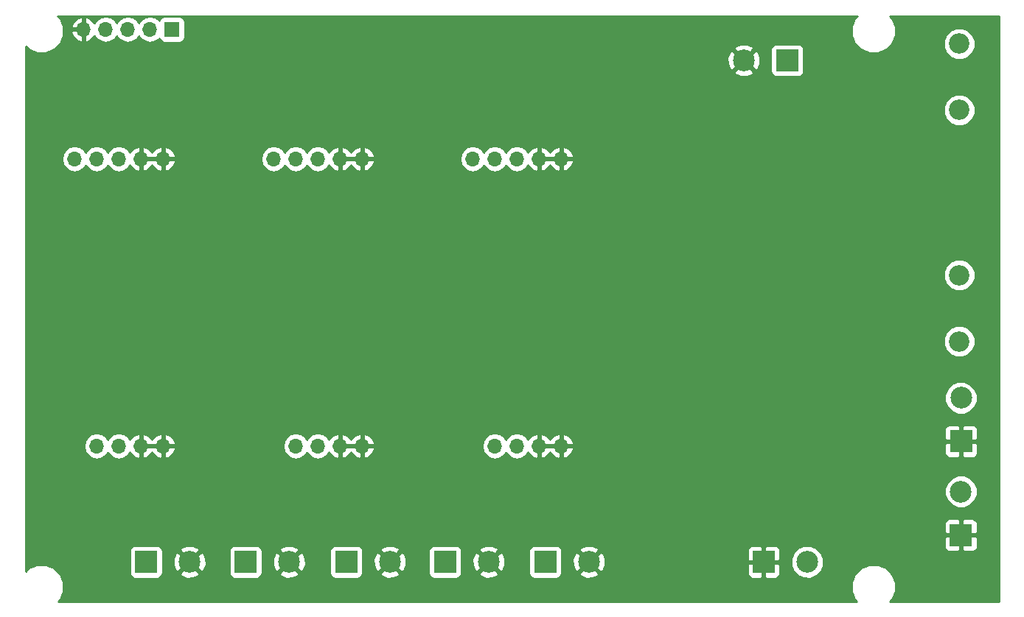
<source format=gbr>
G04 #@! TF.FileFunction,Copper,L1,Top,Signal*
%FSLAX46Y46*%
G04 Gerber Fmt 4.6, Leading zero omitted, Abs format (unit mm)*
G04 Created by KiCad (PCBNEW 4.0.7-e2-6376~58~ubuntu16.04.1) date Mon Nov 13 16:04:29 2017*
%MOMM*%
%LPD*%
G01*
G04 APERTURE LIST*
%ADD10C,0.100000*%
%ADD11R,1.700000X1.700000*%
%ADD12O,1.700000X1.700000*%
%ADD13R,2.500000X2.500000*%
%ADD14C,2.500000*%
%ADD15C,2.350000*%
%ADD16C,0.254000*%
G04 APERTURE END LIST*
D10*
D11*
X100076000Y-51689000D03*
D12*
X97536000Y-51689000D03*
X94996000Y-51689000D03*
X92456000Y-51689000D03*
X89916000Y-51689000D03*
X137152260Y-66566350D03*
X139692260Y-66566350D03*
X142232260Y-66566350D03*
X144772260Y-66566350D03*
X134612260Y-66566350D03*
X137152260Y-99586350D03*
X139692260Y-99586350D03*
X142232260Y-99586350D03*
X144772260Y-99586350D03*
X114292260Y-66566350D03*
X116832260Y-66566350D03*
X119372260Y-66566350D03*
X121912260Y-66566350D03*
X111752260Y-66566350D03*
X114292260Y-99586350D03*
X116832260Y-99586350D03*
X119372260Y-99586350D03*
X121912260Y-99586350D03*
X91432260Y-66566350D03*
X93972260Y-66566350D03*
X96512260Y-66566350D03*
X99052260Y-66566350D03*
X88892260Y-66566350D03*
X91432260Y-99586350D03*
X93972260Y-99586350D03*
X96512260Y-99586350D03*
X99052260Y-99586350D03*
D13*
X170735000Y-55245000D03*
D14*
X165735000Y-55245000D03*
D13*
X142947260Y-112921350D03*
D14*
X147947260Y-112921350D03*
D13*
X120087260Y-112921350D03*
D14*
X125087260Y-112921350D03*
D13*
X97100260Y-112921350D03*
D14*
X102100260Y-112921350D03*
D13*
X131437260Y-112921350D03*
D14*
X136437260Y-112921350D03*
D13*
X108530260Y-112921350D03*
D14*
X113530260Y-112921350D03*
D13*
X190690500Y-99060000D03*
D14*
X190690500Y-94060000D03*
D15*
X190500000Y-60960000D03*
X190500000Y-53340000D03*
X190500000Y-79933800D03*
X190500000Y-87553800D03*
D13*
X190677800Y-109829600D03*
D14*
X190677800Y-104829600D03*
D13*
X168021000Y-112928400D03*
D14*
X173021000Y-112928400D03*
D16*
G36*
X178492184Y-50432163D02*
X178105441Y-51363545D01*
X178104561Y-52372031D01*
X178489678Y-53304086D01*
X179202163Y-54017816D01*
X180133545Y-54404559D01*
X181142031Y-54405439D01*
X182074086Y-54020322D01*
X182396518Y-53698452D01*
X188689686Y-53698452D01*
X188964662Y-54363943D01*
X189473379Y-54873549D01*
X190138389Y-55149685D01*
X190858452Y-55150314D01*
X191523943Y-54875338D01*
X192033549Y-54366621D01*
X192309685Y-53701611D01*
X192310314Y-52981548D01*
X192035338Y-52316057D01*
X191526621Y-51806451D01*
X190861611Y-51530315D01*
X190141548Y-51529686D01*
X189476057Y-51804662D01*
X188966451Y-52313379D01*
X188690315Y-52978389D01*
X188689686Y-53698452D01*
X182396518Y-53698452D01*
X182787816Y-53307837D01*
X183174559Y-52376455D01*
X183175439Y-51367969D01*
X182790322Y-50435914D01*
X182486289Y-50131350D01*
X195052260Y-50131350D01*
X195052260Y-117441350D01*
X182553895Y-117441350D01*
X182787816Y-117207837D01*
X183174559Y-116276455D01*
X183175439Y-115267969D01*
X182790322Y-114335914D01*
X182077837Y-113622184D01*
X181146455Y-113235441D01*
X180137969Y-113234561D01*
X179205914Y-113619678D01*
X178492184Y-114332163D01*
X178105441Y-115263545D01*
X178104561Y-116272031D01*
X178489678Y-117204086D01*
X178726528Y-117441350D01*
X87003895Y-117441350D01*
X87237816Y-117207837D01*
X87624559Y-116276455D01*
X87625439Y-115267969D01*
X87240322Y-114335914D01*
X86527837Y-113622184D01*
X85596455Y-113235441D01*
X84587969Y-113234561D01*
X83655914Y-113619678D01*
X83252260Y-114022628D01*
X83252260Y-111671350D01*
X95202820Y-111671350D01*
X95202820Y-114171350D01*
X95247098Y-114406667D01*
X95386170Y-114622791D01*
X95598370Y-114767781D01*
X95850260Y-114818790D01*
X98350260Y-114818790D01*
X98585577Y-114774512D01*
X98801701Y-114635440D01*
X98946691Y-114423240D01*
X98980827Y-114254670D01*
X100946545Y-114254670D01*
X101075793Y-114547473D01*
X101776066Y-114815738D01*
X102525695Y-114795600D01*
X103124727Y-114547473D01*
X103253975Y-114254670D01*
X102100260Y-113100955D01*
X100946545Y-114254670D01*
X98980827Y-114254670D01*
X98997700Y-114171350D01*
X98997700Y-112597156D01*
X100205872Y-112597156D01*
X100226010Y-113346785D01*
X100474137Y-113945817D01*
X100766940Y-114075065D01*
X101920655Y-112921350D01*
X102279865Y-112921350D01*
X103433580Y-114075065D01*
X103726383Y-113945817D01*
X103994648Y-113245544D01*
X103974510Y-112495915D01*
X103726383Y-111896883D01*
X103433580Y-111767635D01*
X102279865Y-112921350D01*
X101920655Y-112921350D01*
X100766940Y-111767635D01*
X100474137Y-111896883D01*
X100205872Y-112597156D01*
X98997700Y-112597156D01*
X98997700Y-111671350D01*
X98982023Y-111588030D01*
X100946545Y-111588030D01*
X102100260Y-112741745D01*
X103170655Y-111671350D01*
X106632820Y-111671350D01*
X106632820Y-114171350D01*
X106677098Y-114406667D01*
X106816170Y-114622791D01*
X107028370Y-114767781D01*
X107280260Y-114818790D01*
X109780260Y-114818790D01*
X110015577Y-114774512D01*
X110231701Y-114635440D01*
X110376691Y-114423240D01*
X110410827Y-114254670D01*
X112376545Y-114254670D01*
X112505793Y-114547473D01*
X113206066Y-114815738D01*
X113955695Y-114795600D01*
X114554727Y-114547473D01*
X114683975Y-114254670D01*
X113530260Y-113100955D01*
X112376545Y-114254670D01*
X110410827Y-114254670D01*
X110427700Y-114171350D01*
X110427700Y-112597156D01*
X111635872Y-112597156D01*
X111656010Y-113346785D01*
X111904137Y-113945817D01*
X112196940Y-114075065D01*
X113350655Y-112921350D01*
X113709865Y-112921350D01*
X114863580Y-114075065D01*
X115156383Y-113945817D01*
X115424648Y-113245544D01*
X115404510Y-112495915D01*
X115156383Y-111896883D01*
X114863580Y-111767635D01*
X113709865Y-112921350D01*
X113350655Y-112921350D01*
X112196940Y-111767635D01*
X111904137Y-111896883D01*
X111635872Y-112597156D01*
X110427700Y-112597156D01*
X110427700Y-111671350D01*
X110412023Y-111588030D01*
X112376545Y-111588030D01*
X113530260Y-112741745D01*
X114600655Y-111671350D01*
X118189820Y-111671350D01*
X118189820Y-114171350D01*
X118234098Y-114406667D01*
X118373170Y-114622791D01*
X118585370Y-114767781D01*
X118837260Y-114818790D01*
X121337260Y-114818790D01*
X121572577Y-114774512D01*
X121788701Y-114635440D01*
X121933691Y-114423240D01*
X121967827Y-114254670D01*
X123933545Y-114254670D01*
X124062793Y-114547473D01*
X124763066Y-114815738D01*
X125512695Y-114795600D01*
X126111727Y-114547473D01*
X126240975Y-114254670D01*
X125087260Y-113100955D01*
X123933545Y-114254670D01*
X121967827Y-114254670D01*
X121984700Y-114171350D01*
X121984700Y-112597156D01*
X123192872Y-112597156D01*
X123213010Y-113346785D01*
X123461137Y-113945817D01*
X123753940Y-114075065D01*
X124907655Y-112921350D01*
X125266865Y-112921350D01*
X126420580Y-114075065D01*
X126713383Y-113945817D01*
X126981648Y-113245544D01*
X126961510Y-112495915D01*
X126713383Y-111896883D01*
X126420580Y-111767635D01*
X125266865Y-112921350D01*
X124907655Y-112921350D01*
X123753940Y-111767635D01*
X123461137Y-111896883D01*
X123192872Y-112597156D01*
X121984700Y-112597156D01*
X121984700Y-111671350D01*
X121969023Y-111588030D01*
X123933545Y-111588030D01*
X125087260Y-112741745D01*
X126157655Y-111671350D01*
X129539820Y-111671350D01*
X129539820Y-114171350D01*
X129584098Y-114406667D01*
X129723170Y-114622791D01*
X129935370Y-114767781D01*
X130187260Y-114818790D01*
X132687260Y-114818790D01*
X132922577Y-114774512D01*
X133138701Y-114635440D01*
X133283691Y-114423240D01*
X133317827Y-114254670D01*
X135283545Y-114254670D01*
X135412793Y-114547473D01*
X136113066Y-114815738D01*
X136862695Y-114795600D01*
X137461727Y-114547473D01*
X137590975Y-114254670D01*
X136437260Y-113100955D01*
X135283545Y-114254670D01*
X133317827Y-114254670D01*
X133334700Y-114171350D01*
X133334700Y-112597156D01*
X134542872Y-112597156D01*
X134563010Y-113346785D01*
X134811137Y-113945817D01*
X135103940Y-114075065D01*
X136257655Y-112921350D01*
X136616865Y-112921350D01*
X137770580Y-114075065D01*
X138063383Y-113945817D01*
X138331648Y-113245544D01*
X138311510Y-112495915D01*
X138063383Y-111896883D01*
X137770580Y-111767635D01*
X136616865Y-112921350D01*
X136257655Y-112921350D01*
X135103940Y-111767635D01*
X134811137Y-111896883D01*
X134542872Y-112597156D01*
X133334700Y-112597156D01*
X133334700Y-111671350D01*
X133319023Y-111588030D01*
X135283545Y-111588030D01*
X136437260Y-112741745D01*
X137507655Y-111671350D01*
X141049820Y-111671350D01*
X141049820Y-114171350D01*
X141094098Y-114406667D01*
X141233170Y-114622791D01*
X141445370Y-114767781D01*
X141697260Y-114818790D01*
X144197260Y-114818790D01*
X144432577Y-114774512D01*
X144648701Y-114635440D01*
X144793691Y-114423240D01*
X144827827Y-114254670D01*
X146793545Y-114254670D01*
X146922793Y-114547473D01*
X147623066Y-114815738D01*
X148372695Y-114795600D01*
X148971727Y-114547473D01*
X149100975Y-114254670D01*
X147947260Y-113100955D01*
X146793545Y-114254670D01*
X144827827Y-114254670D01*
X144844700Y-114171350D01*
X144844700Y-112597156D01*
X146052872Y-112597156D01*
X146073010Y-113346785D01*
X146321137Y-113945817D01*
X146613940Y-114075065D01*
X147767655Y-112921350D01*
X148126865Y-112921350D01*
X149280580Y-114075065D01*
X149573383Y-113945817D01*
X149841648Y-113245544D01*
X149840805Y-113214150D01*
X166136000Y-113214150D01*
X166136000Y-114304710D01*
X166232673Y-114538099D01*
X166411302Y-114716727D01*
X166644691Y-114813400D01*
X167735250Y-114813400D01*
X167894000Y-114654650D01*
X167894000Y-113055400D01*
X168148000Y-113055400D01*
X168148000Y-114654650D01*
X168306750Y-114813400D01*
X169397309Y-114813400D01*
X169630698Y-114716727D01*
X169809327Y-114538099D01*
X169906000Y-114304710D01*
X169906000Y-113301705D01*
X171135674Y-113301705D01*
X171422043Y-113994772D01*
X171951839Y-114525493D01*
X172644405Y-114813072D01*
X173394305Y-114813726D01*
X174087372Y-114527357D01*
X174618093Y-113997561D01*
X174905672Y-113304995D01*
X174906326Y-112555095D01*
X174619957Y-111862028D01*
X174090161Y-111331307D01*
X173397595Y-111043728D01*
X172647695Y-111043074D01*
X171954628Y-111329443D01*
X171423907Y-111859239D01*
X171136328Y-112551805D01*
X171135674Y-113301705D01*
X169906000Y-113301705D01*
X169906000Y-113214150D01*
X169747250Y-113055400D01*
X168148000Y-113055400D01*
X167894000Y-113055400D01*
X166294750Y-113055400D01*
X166136000Y-113214150D01*
X149840805Y-113214150D01*
X149821510Y-112495915D01*
X149573383Y-111896883D01*
X149280580Y-111767635D01*
X148126865Y-112921350D01*
X147767655Y-112921350D01*
X146613940Y-111767635D01*
X146321137Y-111896883D01*
X146052872Y-112597156D01*
X144844700Y-112597156D01*
X144844700Y-111671350D01*
X144829023Y-111588030D01*
X146793545Y-111588030D01*
X147947260Y-112741745D01*
X149100975Y-111588030D01*
X149085111Y-111552090D01*
X166136000Y-111552090D01*
X166136000Y-112642650D01*
X166294750Y-112801400D01*
X167894000Y-112801400D01*
X167894000Y-111202150D01*
X168148000Y-111202150D01*
X168148000Y-112801400D01*
X169747250Y-112801400D01*
X169906000Y-112642650D01*
X169906000Y-111552090D01*
X169809327Y-111318701D01*
X169630698Y-111140073D01*
X169397309Y-111043400D01*
X168306750Y-111043400D01*
X168148000Y-111202150D01*
X167894000Y-111202150D01*
X167735250Y-111043400D01*
X166644691Y-111043400D01*
X166411302Y-111140073D01*
X166232673Y-111318701D01*
X166136000Y-111552090D01*
X149085111Y-111552090D01*
X148971727Y-111295227D01*
X148271454Y-111026962D01*
X147521825Y-111047100D01*
X146922793Y-111295227D01*
X146793545Y-111588030D01*
X144829023Y-111588030D01*
X144800422Y-111436033D01*
X144661350Y-111219909D01*
X144449150Y-111074919D01*
X144197260Y-111023910D01*
X141697260Y-111023910D01*
X141461943Y-111068188D01*
X141245819Y-111207260D01*
X141100829Y-111419460D01*
X141049820Y-111671350D01*
X137507655Y-111671350D01*
X137590975Y-111588030D01*
X137461727Y-111295227D01*
X136761454Y-111026962D01*
X136011825Y-111047100D01*
X135412793Y-111295227D01*
X135283545Y-111588030D01*
X133319023Y-111588030D01*
X133290422Y-111436033D01*
X133151350Y-111219909D01*
X132939150Y-111074919D01*
X132687260Y-111023910D01*
X130187260Y-111023910D01*
X129951943Y-111068188D01*
X129735819Y-111207260D01*
X129590829Y-111419460D01*
X129539820Y-111671350D01*
X126157655Y-111671350D01*
X126240975Y-111588030D01*
X126111727Y-111295227D01*
X125411454Y-111026962D01*
X124661825Y-111047100D01*
X124062793Y-111295227D01*
X123933545Y-111588030D01*
X121969023Y-111588030D01*
X121940422Y-111436033D01*
X121801350Y-111219909D01*
X121589150Y-111074919D01*
X121337260Y-111023910D01*
X118837260Y-111023910D01*
X118601943Y-111068188D01*
X118385819Y-111207260D01*
X118240829Y-111419460D01*
X118189820Y-111671350D01*
X114600655Y-111671350D01*
X114683975Y-111588030D01*
X114554727Y-111295227D01*
X113854454Y-111026962D01*
X113104825Y-111047100D01*
X112505793Y-111295227D01*
X112376545Y-111588030D01*
X110412023Y-111588030D01*
X110383422Y-111436033D01*
X110244350Y-111219909D01*
X110032150Y-111074919D01*
X109780260Y-111023910D01*
X107280260Y-111023910D01*
X107044943Y-111068188D01*
X106828819Y-111207260D01*
X106683829Y-111419460D01*
X106632820Y-111671350D01*
X103170655Y-111671350D01*
X103253975Y-111588030D01*
X103124727Y-111295227D01*
X102424454Y-111026962D01*
X101674825Y-111047100D01*
X101075793Y-111295227D01*
X100946545Y-111588030D01*
X98982023Y-111588030D01*
X98953422Y-111436033D01*
X98814350Y-111219909D01*
X98602150Y-111074919D01*
X98350260Y-111023910D01*
X95850260Y-111023910D01*
X95614943Y-111068188D01*
X95398819Y-111207260D01*
X95253829Y-111419460D01*
X95202820Y-111671350D01*
X83252260Y-111671350D01*
X83252260Y-110115350D01*
X188792800Y-110115350D01*
X188792800Y-111205909D01*
X188889473Y-111439298D01*
X189068101Y-111617927D01*
X189301490Y-111714600D01*
X190392050Y-111714600D01*
X190550800Y-111555850D01*
X190550800Y-109956600D01*
X190804800Y-109956600D01*
X190804800Y-111555850D01*
X190963550Y-111714600D01*
X192054110Y-111714600D01*
X192287499Y-111617927D01*
X192466127Y-111439298D01*
X192562800Y-111205909D01*
X192562800Y-110115350D01*
X192404050Y-109956600D01*
X190804800Y-109956600D01*
X190550800Y-109956600D01*
X188951550Y-109956600D01*
X188792800Y-110115350D01*
X83252260Y-110115350D01*
X83252260Y-108453291D01*
X188792800Y-108453291D01*
X188792800Y-109543850D01*
X188951550Y-109702600D01*
X190550800Y-109702600D01*
X190550800Y-108103350D01*
X190804800Y-108103350D01*
X190804800Y-109702600D01*
X192404050Y-109702600D01*
X192562800Y-109543850D01*
X192562800Y-108453291D01*
X192466127Y-108219902D01*
X192287499Y-108041273D01*
X192054110Y-107944600D01*
X190963550Y-107944600D01*
X190804800Y-108103350D01*
X190550800Y-108103350D01*
X190392050Y-107944600D01*
X189301490Y-107944600D01*
X189068101Y-108041273D01*
X188889473Y-108219902D01*
X188792800Y-108453291D01*
X83252260Y-108453291D01*
X83252260Y-105202905D01*
X188792474Y-105202905D01*
X189078843Y-105895972D01*
X189608639Y-106426693D01*
X190301205Y-106714272D01*
X191051105Y-106714926D01*
X191744172Y-106428557D01*
X192274893Y-105898761D01*
X192562472Y-105206195D01*
X192563126Y-104456295D01*
X192276757Y-103763228D01*
X191746961Y-103232507D01*
X191054395Y-102944928D01*
X190304495Y-102944274D01*
X189611428Y-103230643D01*
X189080707Y-103760439D01*
X188793128Y-104453005D01*
X188792474Y-105202905D01*
X83252260Y-105202905D01*
X83252260Y-99557257D01*
X89947260Y-99557257D01*
X89947260Y-99615443D01*
X90060299Y-100183728D01*
X90382206Y-100665497D01*
X90863975Y-100987404D01*
X91432260Y-101100443D01*
X92000545Y-100987404D01*
X92482314Y-100665497D01*
X92702260Y-100336324D01*
X92922206Y-100665497D01*
X93403975Y-100987404D01*
X93972260Y-101100443D01*
X94540545Y-100987404D01*
X95022314Y-100665497D01*
X95249962Y-100324797D01*
X95317077Y-100467708D01*
X95745336Y-100857995D01*
X96155370Y-101027826D01*
X96385260Y-100906505D01*
X96385260Y-99713350D01*
X96639260Y-99713350D01*
X96639260Y-100906505D01*
X96869150Y-101027826D01*
X97279184Y-100857995D01*
X97707443Y-100467708D01*
X97782260Y-100308396D01*
X97857077Y-100467708D01*
X98285336Y-100857995D01*
X98695370Y-101027826D01*
X98925260Y-100906505D01*
X98925260Y-99713350D01*
X99179260Y-99713350D01*
X99179260Y-100906505D01*
X99409150Y-101027826D01*
X99819184Y-100857995D01*
X100247443Y-100467708D01*
X100493746Y-99943242D01*
X100373079Y-99713350D01*
X99179260Y-99713350D01*
X98925260Y-99713350D01*
X96639260Y-99713350D01*
X96385260Y-99713350D01*
X96365260Y-99713350D01*
X96365260Y-99557257D01*
X112807260Y-99557257D01*
X112807260Y-99615443D01*
X112920299Y-100183728D01*
X113242206Y-100665497D01*
X113723975Y-100987404D01*
X114292260Y-101100443D01*
X114860545Y-100987404D01*
X115342314Y-100665497D01*
X115562260Y-100336324D01*
X115782206Y-100665497D01*
X116263975Y-100987404D01*
X116832260Y-101100443D01*
X117400545Y-100987404D01*
X117882314Y-100665497D01*
X118109962Y-100324797D01*
X118177077Y-100467708D01*
X118605336Y-100857995D01*
X119015370Y-101027826D01*
X119245260Y-100906505D01*
X119245260Y-99713350D01*
X119499260Y-99713350D01*
X119499260Y-100906505D01*
X119729150Y-101027826D01*
X120139184Y-100857995D01*
X120567443Y-100467708D01*
X120642260Y-100308396D01*
X120717077Y-100467708D01*
X121145336Y-100857995D01*
X121555370Y-101027826D01*
X121785260Y-100906505D01*
X121785260Y-99713350D01*
X122039260Y-99713350D01*
X122039260Y-100906505D01*
X122269150Y-101027826D01*
X122679184Y-100857995D01*
X123107443Y-100467708D01*
X123353746Y-99943242D01*
X123233079Y-99713350D01*
X122039260Y-99713350D01*
X121785260Y-99713350D01*
X119499260Y-99713350D01*
X119245260Y-99713350D01*
X119225260Y-99713350D01*
X119225260Y-99557257D01*
X135667260Y-99557257D01*
X135667260Y-99615443D01*
X135780299Y-100183728D01*
X136102206Y-100665497D01*
X136583975Y-100987404D01*
X137152260Y-101100443D01*
X137720545Y-100987404D01*
X138202314Y-100665497D01*
X138422260Y-100336324D01*
X138642206Y-100665497D01*
X139123975Y-100987404D01*
X139692260Y-101100443D01*
X140260545Y-100987404D01*
X140742314Y-100665497D01*
X140969962Y-100324797D01*
X141037077Y-100467708D01*
X141465336Y-100857995D01*
X141875370Y-101027826D01*
X142105260Y-100906505D01*
X142105260Y-99713350D01*
X142359260Y-99713350D01*
X142359260Y-100906505D01*
X142589150Y-101027826D01*
X142999184Y-100857995D01*
X143427443Y-100467708D01*
X143502260Y-100308396D01*
X143577077Y-100467708D01*
X144005336Y-100857995D01*
X144415370Y-101027826D01*
X144645260Y-100906505D01*
X144645260Y-99713350D01*
X144899260Y-99713350D01*
X144899260Y-100906505D01*
X145129150Y-101027826D01*
X145539184Y-100857995D01*
X145967443Y-100467708D01*
X146213746Y-99943242D01*
X146093079Y-99713350D01*
X144899260Y-99713350D01*
X144645260Y-99713350D01*
X142359260Y-99713350D01*
X142105260Y-99713350D01*
X142085260Y-99713350D01*
X142085260Y-99459350D01*
X142105260Y-99459350D01*
X142105260Y-98266195D01*
X142359260Y-98266195D01*
X142359260Y-99459350D01*
X144645260Y-99459350D01*
X144645260Y-98266195D01*
X144899260Y-98266195D01*
X144899260Y-99459350D01*
X146093079Y-99459350D01*
X146152706Y-99345750D01*
X188805500Y-99345750D01*
X188805500Y-100436309D01*
X188902173Y-100669698D01*
X189080801Y-100848327D01*
X189314190Y-100945000D01*
X190404750Y-100945000D01*
X190563500Y-100786250D01*
X190563500Y-99187000D01*
X190817500Y-99187000D01*
X190817500Y-100786250D01*
X190976250Y-100945000D01*
X192066810Y-100945000D01*
X192300199Y-100848327D01*
X192478827Y-100669698D01*
X192575500Y-100436309D01*
X192575500Y-99345750D01*
X192416750Y-99187000D01*
X190817500Y-99187000D01*
X190563500Y-99187000D01*
X188964250Y-99187000D01*
X188805500Y-99345750D01*
X146152706Y-99345750D01*
X146213746Y-99229458D01*
X145967443Y-98704992D01*
X145539184Y-98314705D01*
X145129150Y-98144874D01*
X144899260Y-98266195D01*
X144645260Y-98266195D01*
X144415370Y-98144874D01*
X144005336Y-98314705D01*
X143577077Y-98704992D01*
X143502260Y-98864304D01*
X143427443Y-98704992D01*
X142999184Y-98314705D01*
X142589150Y-98144874D01*
X142359260Y-98266195D01*
X142105260Y-98266195D01*
X141875370Y-98144874D01*
X141465336Y-98314705D01*
X141037077Y-98704992D01*
X140969962Y-98847903D01*
X140742314Y-98507203D01*
X140260545Y-98185296D01*
X139692260Y-98072257D01*
X139123975Y-98185296D01*
X138642206Y-98507203D01*
X138422260Y-98836376D01*
X138202314Y-98507203D01*
X137720545Y-98185296D01*
X137152260Y-98072257D01*
X136583975Y-98185296D01*
X136102206Y-98507203D01*
X135780299Y-98988972D01*
X135667260Y-99557257D01*
X119225260Y-99557257D01*
X119225260Y-99459350D01*
X119245260Y-99459350D01*
X119245260Y-98266195D01*
X119499260Y-98266195D01*
X119499260Y-99459350D01*
X121785260Y-99459350D01*
X121785260Y-98266195D01*
X122039260Y-98266195D01*
X122039260Y-99459350D01*
X123233079Y-99459350D01*
X123353746Y-99229458D01*
X123107443Y-98704992D01*
X122679184Y-98314705D01*
X122269150Y-98144874D01*
X122039260Y-98266195D01*
X121785260Y-98266195D01*
X121555370Y-98144874D01*
X121145336Y-98314705D01*
X120717077Y-98704992D01*
X120642260Y-98864304D01*
X120567443Y-98704992D01*
X120139184Y-98314705D01*
X119729150Y-98144874D01*
X119499260Y-98266195D01*
X119245260Y-98266195D01*
X119015370Y-98144874D01*
X118605336Y-98314705D01*
X118177077Y-98704992D01*
X118109962Y-98847903D01*
X117882314Y-98507203D01*
X117400545Y-98185296D01*
X116832260Y-98072257D01*
X116263975Y-98185296D01*
X115782206Y-98507203D01*
X115562260Y-98836376D01*
X115342314Y-98507203D01*
X114860545Y-98185296D01*
X114292260Y-98072257D01*
X113723975Y-98185296D01*
X113242206Y-98507203D01*
X112920299Y-98988972D01*
X112807260Y-99557257D01*
X96365260Y-99557257D01*
X96365260Y-99459350D01*
X96385260Y-99459350D01*
X96385260Y-98266195D01*
X96639260Y-98266195D01*
X96639260Y-99459350D01*
X98925260Y-99459350D01*
X98925260Y-98266195D01*
X99179260Y-98266195D01*
X99179260Y-99459350D01*
X100373079Y-99459350D01*
X100493746Y-99229458D01*
X100247443Y-98704992D01*
X99819184Y-98314705D01*
X99409150Y-98144874D01*
X99179260Y-98266195D01*
X98925260Y-98266195D01*
X98695370Y-98144874D01*
X98285336Y-98314705D01*
X97857077Y-98704992D01*
X97782260Y-98864304D01*
X97707443Y-98704992D01*
X97279184Y-98314705D01*
X96869150Y-98144874D01*
X96639260Y-98266195D01*
X96385260Y-98266195D01*
X96155370Y-98144874D01*
X95745336Y-98314705D01*
X95317077Y-98704992D01*
X95249962Y-98847903D01*
X95022314Y-98507203D01*
X94540545Y-98185296D01*
X93972260Y-98072257D01*
X93403975Y-98185296D01*
X92922206Y-98507203D01*
X92702260Y-98836376D01*
X92482314Y-98507203D01*
X92000545Y-98185296D01*
X91432260Y-98072257D01*
X90863975Y-98185296D01*
X90382206Y-98507203D01*
X90060299Y-98988972D01*
X89947260Y-99557257D01*
X83252260Y-99557257D01*
X83252260Y-97683691D01*
X188805500Y-97683691D01*
X188805500Y-98774250D01*
X188964250Y-98933000D01*
X190563500Y-98933000D01*
X190563500Y-97333750D01*
X190817500Y-97333750D01*
X190817500Y-98933000D01*
X192416750Y-98933000D01*
X192575500Y-98774250D01*
X192575500Y-97683691D01*
X192478827Y-97450302D01*
X192300199Y-97271673D01*
X192066810Y-97175000D01*
X190976250Y-97175000D01*
X190817500Y-97333750D01*
X190563500Y-97333750D01*
X190404750Y-97175000D01*
X189314190Y-97175000D01*
X189080801Y-97271673D01*
X188902173Y-97450302D01*
X188805500Y-97683691D01*
X83252260Y-97683691D01*
X83252260Y-94433305D01*
X188805174Y-94433305D01*
X189091543Y-95126372D01*
X189621339Y-95657093D01*
X190313905Y-95944672D01*
X191063805Y-95945326D01*
X191756872Y-95658957D01*
X192287593Y-95129161D01*
X192575172Y-94436595D01*
X192575826Y-93686695D01*
X192289457Y-92993628D01*
X191759661Y-92462907D01*
X191067095Y-92175328D01*
X190317195Y-92174674D01*
X189624128Y-92461043D01*
X189093407Y-92990839D01*
X188805828Y-93683405D01*
X188805174Y-94433305D01*
X83252260Y-94433305D01*
X83252260Y-87912252D01*
X188689686Y-87912252D01*
X188964662Y-88577743D01*
X189473379Y-89087349D01*
X190138389Y-89363485D01*
X190858452Y-89364114D01*
X191523943Y-89089138D01*
X192033549Y-88580421D01*
X192309685Y-87915411D01*
X192310314Y-87195348D01*
X192035338Y-86529857D01*
X191526621Y-86020251D01*
X190861611Y-85744115D01*
X190141548Y-85743486D01*
X189476057Y-86018462D01*
X188966451Y-86527179D01*
X188690315Y-87192189D01*
X188689686Y-87912252D01*
X83252260Y-87912252D01*
X83252260Y-80292252D01*
X188689686Y-80292252D01*
X188964662Y-80957743D01*
X189473379Y-81467349D01*
X190138389Y-81743485D01*
X190858452Y-81744114D01*
X191523943Y-81469138D01*
X192033549Y-80960421D01*
X192309685Y-80295411D01*
X192310314Y-79575348D01*
X192035338Y-78909857D01*
X191526621Y-78400251D01*
X190861611Y-78124115D01*
X190141548Y-78123486D01*
X189476057Y-78398462D01*
X188966451Y-78907179D01*
X188690315Y-79572189D01*
X188689686Y-80292252D01*
X83252260Y-80292252D01*
X83252260Y-66537257D01*
X87407260Y-66537257D01*
X87407260Y-66595443D01*
X87520299Y-67163728D01*
X87842206Y-67645497D01*
X88323975Y-67967404D01*
X88892260Y-68080443D01*
X89460545Y-67967404D01*
X89942314Y-67645497D01*
X90162260Y-67316324D01*
X90382206Y-67645497D01*
X90863975Y-67967404D01*
X91432260Y-68080443D01*
X92000545Y-67967404D01*
X92482314Y-67645497D01*
X92702260Y-67316324D01*
X92922206Y-67645497D01*
X93403975Y-67967404D01*
X93972260Y-68080443D01*
X94540545Y-67967404D01*
X95022314Y-67645497D01*
X95249962Y-67304797D01*
X95317077Y-67447708D01*
X95745336Y-67837995D01*
X96155370Y-68007826D01*
X96385260Y-67886505D01*
X96385260Y-66693350D01*
X96639260Y-66693350D01*
X96639260Y-67886505D01*
X96869150Y-68007826D01*
X97279184Y-67837995D01*
X97707443Y-67447708D01*
X97782260Y-67288396D01*
X97857077Y-67447708D01*
X98285336Y-67837995D01*
X98695370Y-68007826D01*
X98925260Y-67886505D01*
X98925260Y-66693350D01*
X99179260Y-66693350D01*
X99179260Y-67886505D01*
X99409150Y-68007826D01*
X99819184Y-67837995D01*
X100247443Y-67447708D01*
X100493746Y-66923242D01*
X100373079Y-66693350D01*
X99179260Y-66693350D01*
X98925260Y-66693350D01*
X96639260Y-66693350D01*
X96385260Y-66693350D01*
X96365260Y-66693350D01*
X96365260Y-66537257D01*
X110267260Y-66537257D01*
X110267260Y-66595443D01*
X110380299Y-67163728D01*
X110702206Y-67645497D01*
X111183975Y-67967404D01*
X111752260Y-68080443D01*
X112320545Y-67967404D01*
X112802314Y-67645497D01*
X113022260Y-67316324D01*
X113242206Y-67645497D01*
X113723975Y-67967404D01*
X114292260Y-68080443D01*
X114860545Y-67967404D01*
X115342314Y-67645497D01*
X115562260Y-67316324D01*
X115782206Y-67645497D01*
X116263975Y-67967404D01*
X116832260Y-68080443D01*
X117400545Y-67967404D01*
X117882314Y-67645497D01*
X118109962Y-67304797D01*
X118177077Y-67447708D01*
X118605336Y-67837995D01*
X119015370Y-68007826D01*
X119245260Y-67886505D01*
X119245260Y-66693350D01*
X119499260Y-66693350D01*
X119499260Y-67886505D01*
X119729150Y-68007826D01*
X120139184Y-67837995D01*
X120567443Y-67447708D01*
X120642260Y-67288396D01*
X120717077Y-67447708D01*
X121145336Y-67837995D01*
X121555370Y-68007826D01*
X121785260Y-67886505D01*
X121785260Y-66693350D01*
X122039260Y-66693350D01*
X122039260Y-67886505D01*
X122269150Y-68007826D01*
X122679184Y-67837995D01*
X123107443Y-67447708D01*
X123353746Y-66923242D01*
X123233079Y-66693350D01*
X122039260Y-66693350D01*
X121785260Y-66693350D01*
X119499260Y-66693350D01*
X119245260Y-66693350D01*
X119225260Y-66693350D01*
X119225260Y-66537257D01*
X133127260Y-66537257D01*
X133127260Y-66595443D01*
X133240299Y-67163728D01*
X133562206Y-67645497D01*
X134043975Y-67967404D01*
X134612260Y-68080443D01*
X135180545Y-67967404D01*
X135662314Y-67645497D01*
X135882260Y-67316324D01*
X136102206Y-67645497D01*
X136583975Y-67967404D01*
X137152260Y-68080443D01*
X137720545Y-67967404D01*
X138202314Y-67645497D01*
X138422260Y-67316324D01*
X138642206Y-67645497D01*
X139123975Y-67967404D01*
X139692260Y-68080443D01*
X140260545Y-67967404D01*
X140742314Y-67645497D01*
X140969962Y-67304797D01*
X141037077Y-67447708D01*
X141465336Y-67837995D01*
X141875370Y-68007826D01*
X142105260Y-67886505D01*
X142105260Y-66693350D01*
X142359260Y-66693350D01*
X142359260Y-67886505D01*
X142589150Y-68007826D01*
X142999184Y-67837995D01*
X143427443Y-67447708D01*
X143502260Y-67288396D01*
X143577077Y-67447708D01*
X144005336Y-67837995D01*
X144415370Y-68007826D01*
X144645260Y-67886505D01*
X144645260Y-66693350D01*
X144899260Y-66693350D01*
X144899260Y-67886505D01*
X145129150Y-68007826D01*
X145539184Y-67837995D01*
X145967443Y-67447708D01*
X146213746Y-66923242D01*
X146093079Y-66693350D01*
X144899260Y-66693350D01*
X144645260Y-66693350D01*
X142359260Y-66693350D01*
X142105260Y-66693350D01*
X142085260Y-66693350D01*
X142085260Y-66439350D01*
X142105260Y-66439350D01*
X142105260Y-65246195D01*
X142359260Y-65246195D01*
X142359260Y-66439350D01*
X144645260Y-66439350D01*
X144645260Y-65246195D01*
X144899260Y-65246195D01*
X144899260Y-66439350D01*
X146093079Y-66439350D01*
X146213746Y-66209458D01*
X145967443Y-65684992D01*
X145539184Y-65294705D01*
X145129150Y-65124874D01*
X144899260Y-65246195D01*
X144645260Y-65246195D01*
X144415370Y-65124874D01*
X144005336Y-65294705D01*
X143577077Y-65684992D01*
X143502260Y-65844304D01*
X143427443Y-65684992D01*
X142999184Y-65294705D01*
X142589150Y-65124874D01*
X142359260Y-65246195D01*
X142105260Y-65246195D01*
X141875370Y-65124874D01*
X141465336Y-65294705D01*
X141037077Y-65684992D01*
X140969962Y-65827903D01*
X140742314Y-65487203D01*
X140260545Y-65165296D01*
X139692260Y-65052257D01*
X139123975Y-65165296D01*
X138642206Y-65487203D01*
X138422260Y-65816376D01*
X138202314Y-65487203D01*
X137720545Y-65165296D01*
X137152260Y-65052257D01*
X136583975Y-65165296D01*
X136102206Y-65487203D01*
X135882260Y-65816376D01*
X135662314Y-65487203D01*
X135180545Y-65165296D01*
X134612260Y-65052257D01*
X134043975Y-65165296D01*
X133562206Y-65487203D01*
X133240299Y-65968972D01*
X133127260Y-66537257D01*
X119225260Y-66537257D01*
X119225260Y-66439350D01*
X119245260Y-66439350D01*
X119245260Y-65246195D01*
X119499260Y-65246195D01*
X119499260Y-66439350D01*
X121785260Y-66439350D01*
X121785260Y-65246195D01*
X122039260Y-65246195D01*
X122039260Y-66439350D01*
X123233079Y-66439350D01*
X123353746Y-66209458D01*
X123107443Y-65684992D01*
X122679184Y-65294705D01*
X122269150Y-65124874D01*
X122039260Y-65246195D01*
X121785260Y-65246195D01*
X121555370Y-65124874D01*
X121145336Y-65294705D01*
X120717077Y-65684992D01*
X120642260Y-65844304D01*
X120567443Y-65684992D01*
X120139184Y-65294705D01*
X119729150Y-65124874D01*
X119499260Y-65246195D01*
X119245260Y-65246195D01*
X119015370Y-65124874D01*
X118605336Y-65294705D01*
X118177077Y-65684992D01*
X118109962Y-65827903D01*
X117882314Y-65487203D01*
X117400545Y-65165296D01*
X116832260Y-65052257D01*
X116263975Y-65165296D01*
X115782206Y-65487203D01*
X115562260Y-65816376D01*
X115342314Y-65487203D01*
X114860545Y-65165296D01*
X114292260Y-65052257D01*
X113723975Y-65165296D01*
X113242206Y-65487203D01*
X113022260Y-65816376D01*
X112802314Y-65487203D01*
X112320545Y-65165296D01*
X111752260Y-65052257D01*
X111183975Y-65165296D01*
X110702206Y-65487203D01*
X110380299Y-65968972D01*
X110267260Y-66537257D01*
X96365260Y-66537257D01*
X96365260Y-66439350D01*
X96385260Y-66439350D01*
X96385260Y-65246195D01*
X96639260Y-65246195D01*
X96639260Y-66439350D01*
X98925260Y-66439350D01*
X98925260Y-65246195D01*
X99179260Y-65246195D01*
X99179260Y-66439350D01*
X100373079Y-66439350D01*
X100493746Y-66209458D01*
X100247443Y-65684992D01*
X99819184Y-65294705D01*
X99409150Y-65124874D01*
X99179260Y-65246195D01*
X98925260Y-65246195D01*
X98695370Y-65124874D01*
X98285336Y-65294705D01*
X97857077Y-65684992D01*
X97782260Y-65844304D01*
X97707443Y-65684992D01*
X97279184Y-65294705D01*
X96869150Y-65124874D01*
X96639260Y-65246195D01*
X96385260Y-65246195D01*
X96155370Y-65124874D01*
X95745336Y-65294705D01*
X95317077Y-65684992D01*
X95249962Y-65827903D01*
X95022314Y-65487203D01*
X94540545Y-65165296D01*
X93972260Y-65052257D01*
X93403975Y-65165296D01*
X92922206Y-65487203D01*
X92702260Y-65816376D01*
X92482314Y-65487203D01*
X92000545Y-65165296D01*
X91432260Y-65052257D01*
X90863975Y-65165296D01*
X90382206Y-65487203D01*
X90162260Y-65816376D01*
X89942314Y-65487203D01*
X89460545Y-65165296D01*
X88892260Y-65052257D01*
X88323975Y-65165296D01*
X87842206Y-65487203D01*
X87520299Y-65968972D01*
X87407260Y-66537257D01*
X83252260Y-66537257D01*
X83252260Y-61318452D01*
X188689686Y-61318452D01*
X188964662Y-61983943D01*
X189473379Y-62493549D01*
X190138389Y-62769685D01*
X190858452Y-62770314D01*
X191523943Y-62495338D01*
X192033549Y-61986621D01*
X192309685Y-61321611D01*
X192310314Y-60601548D01*
X192035338Y-59936057D01*
X191526621Y-59426451D01*
X190861611Y-59150315D01*
X190141548Y-59149686D01*
X189476057Y-59424662D01*
X188966451Y-59933379D01*
X188690315Y-60598389D01*
X188689686Y-61318452D01*
X83252260Y-61318452D01*
X83252260Y-56578320D01*
X164581285Y-56578320D01*
X164710533Y-56871123D01*
X165410806Y-57139388D01*
X166160435Y-57119250D01*
X166759467Y-56871123D01*
X166888715Y-56578320D01*
X165735000Y-55424605D01*
X164581285Y-56578320D01*
X83252260Y-56578320D01*
X83252260Y-54920806D01*
X163840612Y-54920806D01*
X163860750Y-55670435D01*
X164108877Y-56269467D01*
X164401680Y-56398715D01*
X165555395Y-55245000D01*
X165914605Y-55245000D01*
X167068320Y-56398715D01*
X167361123Y-56269467D01*
X167629388Y-55569194D01*
X167609250Y-54819565D01*
X167361123Y-54220533D01*
X167068320Y-54091285D01*
X165914605Y-55245000D01*
X165555395Y-55245000D01*
X164401680Y-54091285D01*
X164108877Y-54220533D01*
X163840612Y-54920806D01*
X83252260Y-54920806D01*
X83252260Y-53617214D01*
X83652163Y-54017816D01*
X84583545Y-54404559D01*
X85592031Y-54405439D01*
X86524086Y-54020322D01*
X86632917Y-53911680D01*
X164581285Y-53911680D01*
X165735000Y-55065395D01*
X166805395Y-53995000D01*
X168837560Y-53995000D01*
X168837560Y-56495000D01*
X168881838Y-56730317D01*
X169020910Y-56946441D01*
X169233110Y-57091431D01*
X169485000Y-57142440D01*
X171985000Y-57142440D01*
X172220317Y-57098162D01*
X172436441Y-56959090D01*
X172581431Y-56746890D01*
X172632440Y-56495000D01*
X172632440Y-53995000D01*
X172588162Y-53759683D01*
X172449090Y-53543559D01*
X172236890Y-53398569D01*
X171985000Y-53347560D01*
X169485000Y-53347560D01*
X169249683Y-53391838D01*
X169033559Y-53530910D01*
X168888569Y-53743110D01*
X168837560Y-53995000D01*
X166805395Y-53995000D01*
X166888715Y-53911680D01*
X166759467Y-53618877D01*
X166059194Y-53350612D01*
X165309565Y-53370750D01*
X164710533Y-53618877D01*
X164581285Y-53911680D01*
X86632917Y-53911680D01*
X87237816Y-53307837D01*
X87624559Y-52376455D01*
X87624847Y-52045892D01*
X88474514Y-52045892D01*
X88720817Y-52570358D01*
X89149076Y-52960645D01*
X89559110Y-53130476D01*
X89789000Y-53009155D01*
X89789000Y-51816000D01*
X88595181Y-51816000D01*
X88474514Y-52045892D01*
X87624847Y-52045892D01*
X87625439Y-51367969D01*
X87610622Y-51332108D01*
X88474514Y-51332108D01*
X88595181Y-51562000D01*
X89789000Y-51562000D01*
X89789000Y-50368845D01*
X90043000Y-50368845D01*
X90043000Y-51562000D01*
X90063000Y-51562000D01*
X90063000Y-51816000D01*
X90043000Y-51816000D01*
X90043000Y-53009155D01*
X90272890Y-53130476D01*
X90682924Y-52960645D01*
X91111183Y-52570358D01*
X91178298Y-52427447D01*
X91405946Y-52768147D01*
X91887715Y-53090054D01*
X92456000Y-53203093D01*
X93024285Y-53090054D01*
X93506054Y-52768147D01*
X93726000Y-52438974D01*
X93945946Y-52768147D01*
X94427715Y-53090054D01*
X94996000Y-53203093D01*
X95564285Y-53090054D01*
X96046054Y-52768147D01*
X96266000Y-52438974D01*
X96485946Y-52768147D01*
X96967715Y-53090054D01*
X97536000Y-53203093D01*
X98104285Y-53090054D01*
X98586054Y-52768147D01*
X98613850Y-52726548D01*
X98622838Y-52774317D01*
X98761910Y-52990441D01*
X98974110Y-53135431D01*
X99226000Y-53186440D01*
X100926000Y-53186440D01*
X101161317Y-53142162D01*
X101377441Y-53003090D01*
X101522431Y-52790890D01*
X101573440Y-52539000D01*
X101573440Y-50839000D01*
X101529162Y-50603683D01*
X101390090Y-50387559D01*
X101177890Y-50242569D01*
X100926000Y-50191560D01*
X99226000Y-50191560D01*
X98990683Y-50235838D01*
X98774559Y-50374910D01*
X98629569Y-50587110D01*
X98615914Y-50654541D01*
X98586054Y-50609853D01*
X98104285Y-50287946D01*
X97536000Y-50174907D01*
X96967715Y-50287946D01*
X96485946Y-50609853D01*
X96266000Y-50939026D01*
X96046054Y-50609853D01*
X95564285Y-50287946D01*
X94996000Y-50174907D01*
X94427715Y-50287946D01*
X93945946Y-50609853D01*
X93726000Y-50939026D01*
X93506054Y-50609853D01*
X93024285Y-50287946D01*
X92456000Y-50174907D01*
X91887715Y-50287946D01*
X91405946Y-50609853D01*
X91178298Y-50950553D01*
X91111183Y-50807642D01*
X90682924Y-50417355D01*
X90272890Y-50247524D01*
X90043000Y-50368845D01*
X89789000Y-50368845D01*
X89559110Y-50247524D01*
X89149076Y-50417355D01*
X88720817Y-50807642D01*
X88474514Y-51332108D01*
X87610622Y-51332108D01*
X87240322Y-50435914D01*
X86936289Y-50131350D01*
X178793523Y-50131350D01*
X178492184Y-50432163D01*
X178492184Y-50432163D01*
G37*
X178492184Y-50432163D02*
X178105441Y-51363545D01*
X178104561Y-52372031D01*
X178489678Y-53304086D01*
X179202163Y-54017816D01*
X180133545Y-54404559D01*
X181142031Y-54405439D01*
X182074086Y-54020322D01*
X182396518Y-53698452D01*
X188689686Y-53698452D01*
X188964662Y-54363943D01*
X189473379Y-54873549D01*
X190138389Y-55149685D01*
X190858452Y-55150314D01*
X191523943Y-54875338D01*
X192033549Y-54366621D01*
X192309685Y-53701611D01*
X192310314Y-52981548D01*
X192035338Y-52316057D01*
X191526621Y-51806451D01*
X190861611Y-51530315D01*
X190141548Y-51529686D01*
X189476057Y-51804662D01*
X188966451Y-52313379D01*
X188690315Y-52978389D01*
X188689686Y-53698452D01*
X182396518Y-53698452D01*
X182787816Y-53307837D01*
X183174559Y-52376455D01*
X183175439Y-51367969D01*
X182790322Y-50435914D01*
X182486289Y-50131350D01*
X195052260Y-50131350D01*
X195052260Y-117441350D01*
X182553895Y-117441350D01*
X182787816Y-117207837D01*
X183174559Y-116276455D01*
X183175439Y-115267969D01*
X182790322Y-114335914D01*
X182077837Y-113622184D01*
X181146455Y-113235441D01*
X180137969Y-113234561D01*
X179205914Y-113619678D01*
X178492184Y-114332163D01*
X178105441Y-115263545D01*
X178104561Y-116272031D01*
X178489678Y-117204086D01*
X178726528Y-117441350D01*
X87003895Y-117441350D01*
X87237816Y-117207837D01*
X87624559Y-116276455D01*
X87625439Y-115267969D01*
X87240322Y-114335914D01*
X86527837Y-113622184D01*
X85596455Y-113235441D01*
X84587969Y-113234561D01*
X83655914Y-113619678D01*
X83252260Y-114022628D01*
X83252260Y-111671350D01*
X95202820Y-111671350D01*
X95202820Y-114171350D01*
X95247098Y-114406667D01*
X95386170Y-114622791D01*
X95598370Y-114767781D01*
X95850260Y-114818790D01*
X98350260Y-114818790D01*
X98585577Y-114774512D01*
X98801701Y-114635440D01*
X98946691Y-114423240D01*
X98980827Y-114254670D01*
X100946545Y-114254670D01*
X101075793Y-114547473D01*
X101776066Y-114815738D01*
X102525695Y-114795600D01*
X103124727Y-114547473D01*
X103253975Y-114254670D01*
X102100260Y-113100955D01*
X100946545Y-114254670D01*
X98980827Y-114254670D01*
X98997700Y-114171350D01*
X98997700Y-112597156D01*
X100205872Y-112597156D01*
X100226010Y-113346785D01*
X100474137Y-113945817D01*
X100766940Y-114075065D01*
X101920655Y-112921350D01*
X102279865Y-112921350D01*
X103433580Y-114075065D01*
X103726383Y-113945817D01*
X103994648Y-113245544D01*
X103974510Y-112495915D01*
X103726383Y-111896883D01*
X103433580Y-111767635D01*
X102279865Y-112921350D01*
X101920655Y-112921350D01*
X100766940Y-111767635D01*
X100474137Y-111896883D01*
X100205872Y-112597156D01*
X98997700Y-112597156D01*
X98997700Y-111671350D01*
X98982023Y-111588030D01*
X100946545Y-111588030D01*
X102100260Y-112741745D01*
X103170655Y-111671350D01*
X106632820Y-111671350D01*
X106632820Y-114171350D01*
X106677098Y-114406667D01*
X106816170Y-114622791D01*
X107028370Y-114767781D01*
X107280260Y-114818790D01*
X109780260Y-114818790D01*
X110015577Y-114774512D01*
X110231701Y-114635440D01*
X110376691Y-114423240D01*
X110410827Y-114254670D01*
X112376545Y-114254670D01*
X112505793Y-114547473D01*
X113206066Y-114815738D01*
X113955695Y-114795600D01*
X114554727Y-114547473D01*
X114683975Y-114254670D01*
X113530260Y-113100955D01*
X112376545Y-114254670D01*
X110410827Y-114254670D01*
X110427700Y-114171350D01*
X110427700Y-112597156D01*
X111635872Y-112597156D01*
X111656010Y-113346785D01*
X111904137Y-113945817D01*
X112196940Y-114075065D01*
X113350655Y-112921350D01*
X113709865Y-112921350D01*
X114863580Y-114075065D01*
X115156383Y-113945817D01*
X115424648Y-113245544D01*
X115404510Y-112495915D01*
X115156383Y-111896883D01*
X114863580Y-111767635D01*
X113709865Y-112921350D01*
X113350655Y-112921350D01*
X112196940Y-111767635D01*
X111904137Y-111896883D01*
X111635872Y-112597156D01*
X110427700Y-112597156D01*
X110427700Y-111671350D01*
X110412023Y-111588030D01*
X112376545Y-111588030D01*
X113530260Y-112741745D01*
X114600655Y-111671350D01*
X118189820Y-111671350D01*
X118189820Y-114171350D01*
X118234098Y-114406667D01*
X118373170Y-114622791D01*
X118585370Y-114767781D01*
X118837260Y-114818790D01*
X121337260Y-114818790D01*
X121572577Y-114774512D01*
X121788701Y-114635440D01*
X121933691Y-114423240D01*
X121967827Y-114254670D01*
X123933545Y-114254670D01*
X124062793Y-114547473D01*
X124763066Y-114815738D01*
X125512695Y-114795600D01*
X126111727Y-114547473D01*
X126240975Y-114254670D01*
X125087260Y-113100955D01*
X123933545Y-114254670D01*
X121967827Y-114254670D01*
X121984700Y-114171350D01*
X121984700Y-112597156D01*
X123192872Y-112597156D01*
X123213010Y-113346785D01*
X123461137Y-113945817D01*
X123753940Y-114075065D01*
X124907655Y-112921350D01*
X125266865Y-112921350D01*
X126420580Y-114075065D01*
X126713383Y-113945817D01*
X126981648Y-113245544D01*
X126961510Y-112495915D01*
X126713383Y-111896883D01*
X126420580Y-111767635D01*
X125266865Y-112921350D01*
X124907655Y-112921350D01*
X123753940Y-111767635D01*
X123461137Y-111896883D01*
X123192872Y-112597156D01*
X121984700Y-112597156D01*
X121984700Y-111671350D01*
X121969023Y-111588030D01*
X123933545Y-111588030D01*
X125087260Y-112741745D01*
X126157655Y-111671350D01*
X129539820Y-111671350D01*
X129539820Y-114171350D01*
X129584098Y-114406667D01*
X129723170Y-114622791D01*
X129935370Y-114767781D01*
X130187260Y-114818790D01*
X132687260Y-114818790D01*
X132922577Y-114774512D01*
X133138701Y-114635440D01*
X133283691Y-114423240D01*
X133317827Y-114254670D01*
X135283545Y-114254670D01*
X135412793Y-114547473D01*
X136113066Y-114815738D01*
X136862695Y-114795600D01*
X137461727Y-114547473D01*
X137590975Y-114254670D01*
X136437260Y-113100955D01*
X135283545Y-114254670D01*
X133317827Y-114254670D01*
X133334700Y-114171350D01*
X133334700Y-112597156D01*
X134542872Y-112597156D01*
X134563010Y-113346785D01*
X134811137Y-113945817D01*
X135103940Y-114075065D01*
X136257655Y-112921350D01*
X136616865Y-112921350D01*
X137770580Y-114075065D01*
X138063383Y-113945817D01*
X138331648Y-113245544D01*
X138311510Y-112495915D01*
X138063383Y-111896883D01*
X137770580Y-111767635D01*
X136616865Y-112921350D01*
X136257655Y-112921350D01*
X135103940Y-111767635D01*
X134811137Y-111896883D01*
X134542872Y-112597156D01*
X133334700Y-112597156D01*
X133334700Y-111671350D01*
X133319023Y-111588030D01*
X135283545Y-111588030D01*
X136437260Y-112741745D01*
X137507655Y-111671350D01*
X141049820Y-111671350D01*
X141049820Y-114171350D01*
X141094098Y-114406667D01*
X141233170Y-114622791D01*
X141445370Y-114767781D01*
X141697260Y-114818790D01*
X144197260Y-114818790D01*
X144432577Y-114774512D01*
X144648701Y-114635440D01*
X144793691Y-114423240D01*
X144827827Y-114254670D01*
X146793545Y-114254670D01*
X146922793Y-114547473D01*
X147623066Y-114815738D01*
X148372695Y-114795600D01*
X148971727Y-114547473D01*
X149100975Y-114254670D01*
X147947260Y-113100955D01*
X146793545Y-114254670D01*
X144827827Y-114254670D01*
X144844700Y-114171350D01*
X144844700Y-112597156D01*
X146052872Y-112597156D01*
X146073010Y-113346785D01*
X146321137Y-113945817D01*
X146613940Y-114075065D01*
X147767655Y-112921350D01*
X148126865Y-112921350D01*
X149280580Y-114075065D01*
X149573383Y-113945817D01*
X149841648Y-113245544D01*
X149840805Y-113214150D01*
X166136000Y-113214150D01*
X166136000Y-114304710D01*
X166232673Y-114538099D01*
X166411302Y-114716727D01*
X166644691Y-114813400D01*
X167735250Y-114813400D01*
X167894000Y-114654650D01*
X167894000Y-113055400D01*
X168148000Y-113055400D01*
X168148000Y-114654650D01*
X168306750Y-114813400D01*
X169397309Y-114813400D01*
X169630698Y-114716727D01*
X169809327Y-114538099D01*
X169906000Y-114304710D01*
X169906000Y-113301705D01*
X171135674Y-113301705D01*
X171422043Y-113994772D01*
X171951839Y-114525493D01*
X172644405Y-114813072D01*
X173394305Y-114813726D01*
X174087372Y-114527357D01*
X174618093Y-113997561D01*
X174905672Y-113304995D01*
X174906326Y-112555095D01*
X174619957Y-111862028D01*
X174090161Y-111331307D01*
X173397595Y-111043728D01*
X172647695Y-111043074D01*
X171954628Y-111329443D01*
X171423907Y-111859239D01*
X171136328Y-112551805D01*
X171135674Y-113301705D01*
X169906000Y-113301705D01*
X169906000Y-113214150D01*
X169747250Y-113055400D01*
X168148000Y-113055400D01*
X167894000Y-113055400D01*
X166294750Y-113055400D01*
X166136000Y-113214150D01*
X149840805Y-113214150D01*
X149821510Y-112495915D01*
X149573383Y-111896883D01*
X149280580Y-111767635D01*
X148126865Y-112921350D01*
X147767655Y-112921350D01*
X146613940Y-111767635D01*
X146321137Y-111896883D01*
X146052872Y-112597156D01*
X144844700Y-112597156D01*
X144844700Y-111671350D01*
X144829023Y-111588030D01*
X146793545Y-111588030D01*
X147947260Y-112741745D01*
X149100975Y-111588030D01*
X149085111Y-111552090D01*
X166136000Y-111552090D01*
X166136000Y-112642650D01*
X166294750Y-112801400D01*
X167894000Y-112801400D01*
X167894000Y-111202150D01*
X168148000Y-111202150D01*
X168148000Y-112801400D01*
X169747250Y-112801400D01*
X169906000Y-112642650D01*
X169906000Y-111552090D01*
X169809327Y-111318701D01*
X169630698Y-111140073D01*
X169397309Y-111043400D01*
X168306750Y-111043400D01*
X168148000Y-111202150D01*
X167894000Y-111202150D01*
X167735250Y-111043400D01*
X166644691Y-111043400D01*
X166411302Y-111140073D01*
X166232673Y-111318701D01*
X166136000Y-111552090D01*
X149085111Y-111552090D01*
X148971727Y-111295227D01*
X148271454Y-111026962D01*
X147521825Y-111047100D01*
X146922793Y-111295227D01*
X146793545Y-111588030D01*
X144829023Y-111588030D01*
X144800422Y-111436033D01*
X144661350Y-111219909D01*
X144449150Y-111074919D01*
X144197260Y-111023910D01*
X141697260Y-111023910D01*
X141461943Y-111068188D01*
X141245819Y-111207260D01*
X141100829Y-111419460D01*
X141049820Y-111671350D01*
X137507655Y-111671350D01*
X137590975Y-111588030D01*
X137461727Y-111295227D01*
X136761454Y-111026962D01*
X136011825Y-111047100D01*
X135412793Y-111295227D01*
X135283545Y-111588030D01*
X133319023Y-111588030D01*
X133290422Y-111436033D01*
X133151350Y-111219909D01*
X132939150Y-111074919D01*
X132687260Y-111023910D01*
X130187260Y-111023910D01*
X129951943Y-111068188D01*
X129735819Y-111207260D01*
X129590829Y-111419460D01*
X129539820Y-111671350D01*
X126157655Y-111671350D01*
X126240975Y-111588030D01*
X126111727Y-111295227D01*
X125411454Y-111026962D01*
X124661825Y-111047100D01*
X124062793Y-111295227D01*
X123933545Y-111588030D01*
X121969023Y-111588030D01*
X121940422Y-111436033D01*
X121801350Y-111219909D01*
X121589150Y-111074919D01*
X121337260Y-111023910D01*
X118837260Y-111023910D01*
X118601943Y-111068188D01*
X118385819Y-111207260D01*
X118240829Y-111419460D01*
X118189820Y-111671350D01*
X114600655Y-111671350D01*
X114683975Y-111588030D01*
X114554727Y-111295227D01*
X113854454Y-111026962D01*
X113104825Y-111047100D01*
X112505793Y-111295227D01*
X112376545Y-111588030D01*
X110412023Y-111588030D01*
X110383422Y-111436033D01*
X110244350Y-111219909D01*
X110032150Y-111074919D01*
X109780260Y-111023910D01*
X107280260Y-111023910D01*
X107044943Y-111068188D01*
X106828819Y-111207260D01*
X106683829Y-111419460D01*
X106632820Y-111671350D01*
X103170655Y-111671350D01*
X103253975Y-111588030D01*
X103124727Y-111295227D01*
X102424454Y-111026962D01*
X101674825Y-111047100D01*
X101075793Y-111295227D01*
X100946545Y-111588030D01*
X98982023Y-111588030D01*
X98953422Y-111436033D01*
X98814350Y-111219909D01*
X98602150Y-111074919D01*
X98350260Y-111023910D01*
X95850260Y-111023910D01*
X95614943Y-111068188D01*
X95398819Y-111207260D01*
X95253829Y-111419460D01*
X95202820Y-111671350D01*
X83252260Y-111671350D01*
X83252260Y-110115350D01*
X188792800Y-110115350D01*
X188792800Y-111205909D01*
X188889473Y-111439298D01*
X189068101Y-111617927D01*
X189301490Y-111714600D01*
X190392050Y-111714600D01*
X190550800Y-111555850D01*
X190550800Y-109956600D01*
X190804800Y-109956600D01*
X190804800Y-111555850D01*
X190963550Y-111714600D01*
X192054110Y-111714600D01*
X192287499Y-111617927D01*
X192466127Y-111439298D01*
X192562800Y-111205909D01*
X192562800Y-110115350D01*
X192404050Y-109956600D01*
X190804800Y-109956600D01*
X190550800Y-109956600D01*
X188951550Y-109956600D01*
X188792800Y-110115350D01*
X83252260Y-110115350D01*
X83252260Y-108453291D01*
X188792800Y-108453291D01*
X188792800Y-109543850D01*
X188951550Y-109702600D01*
X190550800Y-109702600D01*
X190550800Y-108103350D01*
X190804800Y-108103350D01*
X190804800Y-109702600D01*
X192404050Y-109702600D01*
X192562800Y-109543850D01*
X192562800Y-108453291D01*
X192466127Y-108219902D01*
X192287499Y-108041273D01*
X192054110Y-107944600D01*
X190963550Y-107944600D01*
X190804800Y-108103350D01*
X190550800Y-108103350D01*
X190392050Y-107944600D01*
X189301490Y-107944600D01*
X189068101Y-108041273D01*
X188889473Y-108219902D01*
X188792800Y-108453291D01*
X83252260Y-108453291D01*
X83252260Y-105202905D01*
X188792474Y-105202905D01*
X189078843Y-105895972D01*
X189608639Y-106426693D01*
X190301205Y-106714272D01*
X191051105Y-106714926D01*
X191744172Y-106428557D01*
X192274893Y-105898761D01*
X192562472Y-105206195D01*
X192563126Y-104456295D01*
X192276757Y-103763228D01*
X191746961Y-103232507D01*
X191054395Y-102944928D01*
X190304495Y-102944274D01*
X189611428Y-103230643D01*
X189080707Y-103760439D01*
X188793128Y-104453005D01*
X188792474Y-105202905D01*
X83252260Y-105202905D01*
X83252260Y-99557257D01*
X89947260Y-99557257D01*
X89947260Y-99615443D01*
X90060299Y-100183728D01*
X90382206Y-100665497D01*
X90863975Y-100987404D01*
X91432260Y-101100443D01*
X92000545Y-100987404D01*
X92482314Y-100665497D01*
X92702260Y-100336324D01*
X92922206Y-100665497D01*
X93403975Y-100987404D01*
X93972260Y-101100443D01*
X94540545Y-100987404D01*
X95022314Y-100665497D01*
X95249962Y-100324797D01*
X95317077Y-100467708D01*
X95745336Y-100857995D01*
X96155370Y-101027826D01*
X96385260Y-100906505D01*
X96385260Y-99713350D01*
X96639260Y-99713350D01*
X96639260Y-100906505D01*
X96869150Y-101027826D01*
X97279184Y-100857995D01*
X97707443Y-100467708D01*
X97782260Y-100308396D01*
X97857077Y-100467708D01*
X98285336Y-100857995D01*
X98695370Y-101027826D01*
X98925260Y-100906505D01*
X98925260Y-99713350D01*
X99179260Y-99713350D01*
X99179260Y-100906505D01*
X99409150Y-101027826D01*
X99819184Y-100857995D01*
X100247443Y-100467708D01*
X100493746Y-99943242D01*
X100373079Y-99713350D01*
X99179260Y-99713350D01*
X98925260Y-99713350D01*
X96639260Y-99713350D01*
X96385260Y-99713350D01*
X96365260Y-99713350D01*
X96365260Y-99557257D01*
X112807260Y-99557257D01*
X112807260Y-99615443D01*
X112920299Y-100183728D01*
X113242206Y-100665497D01*
X113723975Y-100987404D01*
X114292260Y-101100443D01*
X114860545Y-100987404D01*
X115342314Y-100665497D01*
X115562260Y-100336324D01*
X115782206Y-100665497D01*
X116263975Y-100987404D01*
X116832260Y-101100443D01*
X117400545Y-100987404D01*
X117882314Y-100665497D01*
X118109962Y-100324797D01*
X118177077Y-100467708D01*
X118605336Y-100857995D01*
X119015370Y-101027826D01*
X119245260Y-100906505D01*
X119245260Y-99713350D01*
X119499260Y-99713350D01*
X119499260Y-100906505D01*
X119729150Y-101027826D01*
X120139184Y-100857995D01*
X120567443Y-100467708D01*
X120642260Y-100308396D01*
X120717077Y-100467708D01*
X121145336Y-100857995D01*
X121555370Y-101027826D01*
X121785260Y-100906505D01*
X121785260Y-99713350D01*
X122039260Y-99713350D01*
X122039260Y-100906505D01*
X122269150Y-101027826D01*
X122679184Y-100857995D01*
X123107443Y-100467708D01*
X123353746Y-99943242D01*
X123233079Y-99713350D01*
X122039260Y-99713350D01*
X121785260Y-99713350D01*
X119499260Y-99713350D01*
X119245260Y-99713350D01*
X119225260Y-99713350D01*
X119225260Y-99557257D01*
X135667260Y-99557257D01*
X135667260Y-99615443D01*
X135780299Y-100183728D01*
X136102206Y-100665497D01*
X136583975Y-100987404D01*
X137152260Y-101100443D01*
X137720545Y-100987404D01*
X138202314Y-100665497D01*
X138422260Y-100336324D01*
X138642206Y-100665497D01*
X139123975Y-100987404D01*
X139692260Y-101100443D01*
X140260545Y-100987404D01*
X140742314Y-100665497D01*
X140969962Y-100324797D01*
X141037077Y-100467708D01*
X141465336Y-100857995D01*
X141875370Y-101027826D01*
X142105260Y-100906505D01*
X142105260Y-99713350D01*
X142359260Y-99713350D01*
X142359260Y-100906505D01*
X142589150Y-101027826D01*
X142999184Y-100857995D01*
X143427443Y-100467708D01*
X143502260Y-100308396D01*
X143577077Y-100467708D01*
X144005336Y-100857995D01*
X144415370Y-101027826D01*
X144645260Y-100906505D01*
X144645260Y-99713350D01*
X144899260Y-99713350D01*
X144899260Y-100906505D01*
X145129150Y-101027826D01*
X145539184Y-100857995D01*
X145967443Y-100467708D01*
X146213746Y-99943242D01*
X146093079Y-99713350D01*
X144899260Y-99713350D01*
X144645260Y-99713350D01*
X142359260Y-99713350D01*
X142105260Y-99713350D01*
X142085260Y-99713350D01*
X142085260Y-99459350D01*
X142105260Y-99459350D01*
X142105260Y-98266195D01*
X142359260Y-98266195D01*
X142359260Y-99459350D01*
X144645260Y-99459350D01*
X144645260Y-98266195D01*
X144899260Y-98266195D01*
X144899260Y-99459350D01*
X146093079Y-99459350D01*
X146152706Y-99345750D01*
X188805500Y-99345750D01*
X188805500Y-100436309D01*
X188902173Y-100669698D01*
X189080801Y-100848327D01*
X189314190Y-100945000D01*
X190404750Y-100945000D01*
X190563500Y-100786250D01*
X190563500Y-99187000D01*
X190817500Y-99187000D01*
X190817500Y-100786250D01*
X190976250Y-100945000D01*
X192066810Y-100945000D01*
X192300199Y-100848327D01*
X192478827Y-100669698D01*
X192575500Y-100436309D01*
X192575500Y-99345750D01*
X192416750Y-99187000D01*
X190817500Y-99187000D01*
X190563500Y-99187000D01*
X188964250Y-99187000D01*
X188805500Y-99345750D01*
X146152706Y-99345750D01*
X146213746Y-99229458D01*
X145967443Y-98704992D01*
X145539184Y-98314705D01*
X145129150Y-98144874D01*
X144899260Y-98266195D01*
X144645260Y-98266195D01*
X144415370Y-98144874D01*
X144005336Y-98314705D01*
X143577077Y-98704992D01*
X143502260Y-98864304D01*
X143427443Y-98704992D01*
X142999184Y-98314705D01*
X142589150Y-98144874D01*
X142359260Y-98266195D01*
X142105260Y-98266195D01*
X141875370Y-98144874D01*
X141465336Y-98314705D01*
X141037077Y-98704992D01*
X140969962Y-98847903D01*
X140742314Y-98507203D01*
X140260545Y-98185296D01*
X139692260Y-98072257D01*
X139123975Y-98185296D01*
X138642206Y-98507203D01*
X138422260Y-98836376D01*
X138202314Y-98507203D01*
X137720545Y-98185296D01*
X137152260Y-98072257D01*
X136583975Y-98185296D01*
X136102206Y-98507203D01*
X135780299Y-98988972D01*
X135667260Y-99557257D01*
X119225260Y-99557257D01*
X119225260Y-99459350D01*
X119245260Y-99459350D01*
X119245260Y-98266195D01*
X119499260Y-98266195D01*
X119499260Y-99459350D01*
X121785260Y-99459350D01*
X121785260Y-98266195D01*
X122039260Y-98266195D01*
X122039260Y-99459350D01*
X123233079Y-99459350D01*
X123353746Y-99229458D01*
X123107443Y-98704992D01*
X122679184Y-98314705D01*
X122269150Y-98144874D01*
X122039260Y-98266195D01*
X121785260Y-98266195D01*
X121555370Y-98144874D01*
X121145336Y-98314705D01*
X120717077Y-98704992D01*
X120642260Y-98864304D01*
X120567443Y-98704992D01*
X120139184Y-98314705D01*
X119729150Y-98144874D01*
X119499260Y-98266195D01*
X119245260Y-98266195D01*
X119015370Y-98144874D01*
X118605336Y-98314705D01*
X118177077Y-98704992D01*
X118109962Y-98847903D01*
X117882314Y-98507203D01*
X117400545Y-98185296D01*
X116832260Y-98072257D01*
X116263975Y-98185296D01*
X115782206Y-98507203D01*
X115562260Y-98836376D01*
X115342314Y-98507203D01*
X114860545Y-98185296D01*
X114292260Y-98072257D01*
X113723975Y-98185296D01*
X113242206Y-98507203D01*
X112920299Y-98988972D01*
X112807260Y-99557257D01*
X96365260Y-99557257D01*
X96365260Y-99459350D01*
X96385260Y-99459350D01*
X96385260Y-98266195D01*
X96639260Y-98266195D01*
X96639260Y-99459350D01*
X98925260Y-99459350D01*
X98925260Y-98266195D01*
X99179260Y-98266195D01*
X99179260Y-99459350D01*
X100373079Y-99459350D01*
X100493746Y-99229458D01*
X100247443Y-98704992D01*
X99819184Y-98314705D01*
X99409150Y-98144874D01*
X99179260Y-98266195D01*
X98925260Y-98266195D01*
X98695370Y-98144874D01*
X98285336Y-98314705D01*
X97857077Y-98704992D01*
X97782260Y-98864304D01*
X97707443Y-98704992D01*
X97279184Y-98314705D01*
X96869150Y-98144874D01*
X96639260Y-98266195D01*
X96385260Y-98266195D01*
X96155370Y-98144874D01*
X95745336Y-98314705D01*
X95317077Y-98704992D01*
X95249962Y-98847903D01*
X95022314Y-98507203D01*
X94540545Y-98185296D01*
X93972260Y-98072257D01*
X93403975Y-98185296D01*
X92922206Y-98507203D01*
X92702260Y-98836376D01*
X92482314Y-98507203D01*
X92000545Y-98185296D01*
X91432260Y-98072257D01*
X90863975Y-98185296D01*
X90382206Y-98507203D01*
X90060299Y-98988972D01*
X89947260Y-99557257D01*
X83252260Y-99557257D01*
X83252260Y-97683691D01*
X188805500Y-97683691D01*
X188805500Y-98774250D01*
X188964250Y-98933000D01*
X190563500Y-98933000D01*
X190563500Y-97333750D01*
X190817500Y-97333750D01*
X190817500Y-98933000D01*
X192416750Y-98933000D01*
X192575500Y-98774250D01*
X192575500Y-97683691D01*
X192478827Y-97450302D01*
X192300199Y-97271673D01*
X192066810Y-97175000D01*
X190976250Y-97175000D01*
X190817500Y-97333750D01*
X190563500Y-97333750D01*
X190404750Y-97175000D01*
X189314190Y-97175000D01*
X189080801Y-97271673D01*
X188902173Y-97450302D01*
X188805500Y-97683691D01*
X83252260Y-97683691D01*
X83252260Y-94433305D01*
X188805174Y-94433305D01*
X189091543Y-95126372D01*
X189621339Y-95657093D01*
X190313905Y-95944672D01*
X191063805Y-95945326D01*
X191756872Y-95658957D01*
X192287593Y-95129161D01*
X192575172Y-94436595D01*
X192575826Y-93686695D01*
X192289457Y-92993628D01*
X191759661Y-92462907D01*
X191067095Y-92175328D01*
X190317195Y-92174674D01*
X189624128Y-92461043D01*
X189093407Y-92990839D01*
X188805828Y-93683405D01*
X188805174Y-94433305D01*
X83252260Y-94433305D01*
X83252260Y-87912252D01*
X188689686Y-87912252D01*
X188964662Y-88577743D01*
X189473379Y-89087349D01*
X190138389Y-89363485D01*
X190858452Y-89364114D01*
X191523943Y-89089138D01*
X192033549Y-88580421D01*
X192309685Y-87915411D01*
X192310314Y-87195348D01*
X192035338Y-86529857D01*
X191526621Y-86020251D01*
X190861611Y-85744115D01*
X190141548Y-85743486D01*
X189476057Y-86018462D01*
X188966451Y-86527179D01*
X188690315Y-87192189D01*
X188689686Y-87912252D01*
X83252260Y-87912252D01*
X83252260Y-80292252D01*
X188689686Y-80292252D01*
X188964662Y-80957743D01*
X189473379Y-81467349D01*
X190138389Y-81743485D01*
X190858452Y-81744114D01*
X191523943Y-81469138D01*
X192033549Y-80960421D01*
X192309685Y-80295411D01*
X192310314Y-79575348D01*
X192035338Y-78909857D01*
X191526621Y-78400251D01*
X190861611Y-78124115D01*
X190141548Y-78123486D01*
X189476057Y-78398462D01*
X188966451Y-78907179D01*
X188690315Y-79572189D01*
X188689686Y-80292252D01*
X83252260Y-80292252D01*
X83252260Y-66537257D01*
X87407260Y-66537257D01*
X87407260Y-66595443D01*
X87520299Y-67163728D01*
X87842206Y-67645497D01*
X88323975Y-67967404D01*
X88892260Y-68080443D01*
X89460545Y-67967404D01*
X89942314Y-67645497D01*
X90162260Y-67316324D01*
X90382206Y-67645497D01*
X90863975Y-67967404D01*
X91432260Y-68080443D01*
X92000545Y-67967404D01*
X92482314Y-67645497D01*
X92702260Y-67316324D01*
X92922206Y-67645497D01*
X93403975Y-67967404D01*
X93972260Y-68080443D01*
X94540545Y-67967404D01*
X95022314Y-67645497D01*
X95249962Y-67304797D01*
X95317077Y-67447708D01*
X95745336Y-67837995D01*
X96155370Y-68007826D01*
X96385260Y-67886505D01*
X96385260Y-66693350D01*
X96639260Y-66693350D01*
X96639260Y-67886505D01*
X96869150Y-68007826D01*
X97279184Y-67837995D01*
X97707443Y-67447708D01*
X97782260Y-67288396D01*
X97857077Y-67447708D01*
X98285336Y-67837995D01*
X98695370Y-68007826D01*
X98925260Y-67886505D01*
X98925260Y-66693350D01*
X99179260Y-66693350D01*
X99179260Y-67886505D01*
X99409150Y-68007826D01*
X99819184Y-67837995D01*
X100247443Y-67447708D01*
X100493746Y-66923242D01*
X100373079Y-66693350D01*
X99179260Y-66693350D01*
X98925260Y-66693350D01*
X96639260Y-66693350D01*
X96385260Y-66693350D01*
X96365260Y-66693350D01*
X96365260Y-66537257D01*
X110267260Y-66537257D01*
X110267260Y-66595443D01*
X110380299Y-67163728D01*
X110702206Y-67645497D01*
X111183975Y-67967404D01*
X111752260Y-68080443D01*
X112320545Y-67967404D01*
X112802314Y-67645497D01*
X113022260Y-67316324D01*
X113242206Y-67645497D01*
X113723975Y-67967404D01*
X114292260Y-68080443D01*
X114860545Y-67967404D01*
X115342314Y-67645497D01*
X115562260Y-67316324D01*
X115782206Y-67645497D01*
X116263975Y-67967404D01*
X116832260Y-68080443D01*
X117400545Y-67967404D01*
X117882314Y-67645497D01*
X118109962Y-67304797D01*
X118177077Y-67447708D01*
X118605336Y-67837995D01*
X119015370Y-68007826D01*
X119245260Y-67886505D01*
X119245260Y-66693350D01*
X119499260Y-66693350D01*
X119499260Y-67886505D01*
X119729150Y-68007826D01*
X120139184Y-67837995D01*
X120567443Y-67447708D01*
X120642260Y-67288396D01*
X120717077Y-67447708D01*
X121145336Y-67837995D01*
X121555370Y-68007826D01*
X121785260Y-67886505D01*
X121785260Y-66693350D01*
X122039260Y-66693350D01*
X122039260Y-67886505D01*
X122269150Y-68007826D01*
X122679184Y-67837995D01*
X123107443Y-67447708D01*
X123353746Y-66923242D01*
X123233079Y-66693350D01*
X122039260Y-66693350D01*
X121785260Y-66693350D01*
X119499260Y-66693350D01*
X119245260Y-66693350D01*
X119225260Y-66693350D01*
X119225260Y-66537257D01*
X133127260Y-66537257D01*
X133127260Y-66595443D01*
X133240299Y-67163728D01*
X133562206Y-67645497D01*
X134043975Y-67967404D01*
X134612260Y-68080443D01*
X135180545Y-67967404D01*
X135662314Y-67645497D01*
X135882260Y-67316324D01*
X136102206Y-67645497D01*
X136583975Y-67967404D01*
X137152260Y-68080443D01*
X137720545Y-67967404D01*
X138202314Y-67645497D01*
X138422260Y-67316324D01*
X138642206Y-67645497D01*
X139123975Y-67967404D01*
X139692260Y-68080443D01*
X140260545Y-67967404D01*
X140742314Y-67645497D01*
X140969962Y-67304797D01*
X141037077Y-67447708D01*
X141465336Y-67837995D01*
X141875370Y-68007826D01*
X142105260Y-67886505D01*
X142105260Y-66693350D01*
X142359260Y-66693350D01*
X142359260Y-67886505D01*
X142589150Y-68007826D01*
X142999184Y-67837995D01*
X143427443Y-67447708D01*
X143502260Y-67288396D01*
X143577077Y-67447708D01*
X144005336Y-67837995D01*
X144415370Y-68007826D01*
X144645260Y-67886505D01*
X144645260Y-66693350D01*
X144899260Y-66693350D01*
X144899260Y-67886505D01*
X145129150Y-68007826D01*
X145539184Y-67837995D01*
X145967443Y-67447708D01*
X146213746Y-66923242D01*
X146093079Y-66693350D01*
X144899260Y-66693350D01*
X144645260Y-66693350D01*
X142359260Y-66693350D01*
X142105260Y-66693350D01*
X142085260Y-66693350D01*
X142085260Y-66439350D01*
X142105260Y-66439350D01*
X142105260Y-65246195D01*
X142359260Y-65246195D01*
X142359260Y-66439350D01*
X144645260Y-66439350D01*
X144645260Y-65246195D01*
X144899260Y-65246195D01*
X144899260Y-66439350D01*
X146093079Y-66439350D01*
X146213746Y-66209458D01*
X145967443Y-65684992D01*
X145539184Y-65294705D01*
X145129150Y-65124874D01*
X144899260Y-65246195D01*
X144645260Y-65246195D01*
X144415370Y-65124874D01*
X144005336Y-65294705D01*
X143577077Y-65684992D01*
X143502260Y-65844304D01*
X143427443Y-65684992D01*
X142999184Y-65294705D01*
X142589150Y-65124874D01*
X142359260Y-65246195D01*
X142105260Y-65246195D01*
X141875370Y-65124874D01*
X141465336Y-65294705D01*
X141037077Y-65684992D01*
X140969962Y-65827903D01*
X140742314Y-65487203D01*
X140260545Y-65165296D01*
X139692260Y-65052257D01*
X139123975Y-65165296D01*
X138642206Y-65487203D01*
X138422260Y-65816376D01*
X138202314Y-65487203D01*
X137720545Y-65165296D01*
X137152260Y-65052257D01*
X136583975Y-65165296D01*
X136102206Y-65487203D01*
X135882260Y-65816376D01*
X135662314Y-65487203D01*
X135180545Y-65165296D01*
X134612260Y-65052257D01*
X134043975Y-65165296D01*
X133562206Y-65487203D01*
X133240299Y-65968972D01*
X133127260Y-66537257D01*
X119225260Y-66537257D01*
X119225260Y-66439350D01*
X119245260Y-66439350D01*
X119245260Y-65246195D01*
X119499260Y-65246195D01*
X119499260Y-66439350D01*
X121785260Y-66439350D01*
X121785260Y-65246195D01*
X122039260Y-65246195D01*
X122039260Y-66439350D01*
X123233079Y-66439350D01*
X123353746Y-66209458D01*
X123107443Y-65684992D01*
X122679184Y-65294705D01*
X122269150Y-65124874D01*
X122039260Y-65246195D01*
X121785260Y-65246195D01*
X121555370Y-65124874D01*
X121145336Y-65294705D01*
X120717077Y-65684992D01*
X120642260Y-65844304D01*
X120567443Y-65684992D01*
X120139184Y-65294705D01*
X119729150Y-65124874D01*
X119499260Y-65246195D01*
X119245260Y-65246195D01*
X119015370Y-65124874D01*
X118605336Y-65294705D01*
X118177077Y-65684992D01*
X118109962Y-65827903D01*
X117882314Y-65487203D01*
X117400545Y-65165296D01*
X116832260Y-65052257D01*
X116263975Y-65165296D01*
X115782206Y-65487203D01*
X115562260Y-65816376D01*
X115342314Y-65487203D01*
X114860545Y-65165296D01*
X114292260Y-65052257D01*
X113723975Y-65165296D01*
X113242206Y-65487203D01*
X113022260Y-65816376D01*
X112802314Y-65487203D01*
X112320545Y-65165296D01*
X111752260Y-65052257D01*
X111183975Y-65165296D01*
X110702206Y-65487203D01*
X110380299Y-65968972D01*
X110267260Y-66537257D01*
X96365260Y-66537257D01*
X96365260Y-66439350D01*
X96385260Y-66439350D01*
X96385260Y-65246195D01*
X96639260Y-65246195D01*
X96639260Y-66439350D01*
X98925260Y-66439350D01*
X98925260Y-65246195D01*
X99179260Y-65246195D01*
X99179260Y-66439350D01*
X100373079Y-66439350D01*
X100493746Y-66209458D01*
X100247443Y-65684992D01*
X99819184Y-65294705D01*
X99409150Y-65124874D01*
X99179260Y-65246195D01*
X98925260Y-65246195D01*
X98695370Y-65124874D01*
X98285336Y-65294705D01*
X97857077Y-65684992D01*
X97782260Y-65844304D01*
X97707443Y-65684992D01*
X97279184Y-65294705D01*
X96869150Y-65124874D01*
X96639260Y-65246195D01*
X96385260Y-65246195D01*
X96155370Y-65124874D01*
X95745336Y-65294705D01*
X95317077Y-65684992D01*
X95249962Y-65827903D01*
X95022314Y-65487203D01*
X94540545Y-65165296D01*
X93972260Y-65052257D01*
X93403975Y-65165296D01*
X92922206Y-65487203D01*
X92702260Y-65816376D01*
X92482314Y-65487203D01*
X92000545Y-65165296D01*
X91432260Y-65052257D01*
X90863975Y-65165296D01*
X90382206Y-65487203D01*
X90162260Y-65816376D01*
X89942314Y-65487203D01*
X89460545Y-65165296D01*
X88892260Y-65052257D01*
X88323975Y-65165296D01*
X87842206Y-65487203D01*
X87520299Y-65968972D01*
X87407260Y-66537257D01*
X83252260Y-66537257D01*
X83252260Y-61318452D01*
X188689686Y-61318452D01*
X188964662Y-61983943D01*
X189473379Y-62493549D01*
X190138389Y-62769685D01*
X190858452Y-62770314D01*
X191523943Y-62495338D01*
X192033549Y-61986621D01*
X192309685Y-61321611D01*
X192310314Y-60601548D01*
X192035338Y-59936057D01*
X191526621Y-59426451D01*
X190861611Y-59150315D01*
X190141548Y-59149686D01*
X189476057Y-59424662D01*
X188966451Y-59933379D01*
X188690315Y-60598389D01*
X188689686Y-61318452D01*
X83252260Y-61318452D01*
X83252260Y-56578320D01*
X164581285Y-56578320D01*
X164710533Y-56871123D01*
X165410806Y-57139388D01*
X166160435Y-57119250D01*
X166759467Y-56871123D01*
X166888715Y-56578320D01*
X165735000Y-55424605D01*
X164581285Y-56578320D01*
X83252260Y-56578320D01*
X83252260Y-54920806D01*
X163840612Y-54920806D01*
X163860750Y-55670435D01*
X164108877Y-56269467D01*
X164401680Y-56398715D01*
X165555395Y-55245000D01*
X165914605Y-55245000D01*
X167068320Y-56398715D01*
X167361123Y-56269467D01*
X167629388Y-55569194D01*
X167609250Y-54819565D01*
X167361123Y-54220533D01*
X167068320Y-54091285D01*
X165914605Y-55245000D01*
X165555395Y-55245000D01*
X164401680Y-54091285D01*
X164108877Y-54220533D01*
X163840612Y-54920806D01*
X83252260Y-54920806D01*
X83252260Y-53617214D01*
X83652163Y-54017816D01*
X84583545Y-54404559D01*
X85592031Y-54405439D01*
X86524086Y-54020322D01*
X86632917Y-53911680D01*
X164581285Y-53911680D01*
X165735000Y-55065395D01*
X166805395Y-53995000D01*
X168837560Y-53995000D01*
X168837560Y-56495000D01*
X168881838Y-56730317D01*
X169020910Y-56946441D01*
X169233110Y-57091431D01*
X169485000Y-57142440D01*
X171985000Y-57142440D01*
X172220317Y-57098162D01*
X172436441Y-56959090D01*
X172581431Y-56746890D01*
X172632440Y-56495000D01*
X172632440Y-53995000D01*
X172588162Y-53759683D01*
X172449090Y-53543559D01*
X172236890Y-53398569D01*
X171985000Y-53347560D01*
X169485000Y-53347560D01*
X169249683Y-53391838D01*
X169033559Y-53530910D01*
X168888569Y-53743110D01*
X168837560Y-53995000D01*
X166805395Y-53995000D01*
X166888715Y-53911680D01*
X166759467Y-53618877D01*
X166059194Y-53350612D01*
X165309565Y-53370750D01*
X164710533Y-53618877D01*
X164581285Y-53911680D01*
X86632917Y-53911680D01*
X87237816Y-53307837D01*
X87624559Y-52376455D01*
X87624847Y-52045892D01*
X88474514Y-52045892D01*
X88720817Y-52570358D01*
X89149076Y-52960645D01*
X89559110Y-53130476D01*
X89789000Y-53009155D01*
X89789000Y-51816000D01*
X88595181Y-51816000D01*
X88474514Y-52045892D01*
X87624847Y-52045892D01*
X87625439Y-51367969D01*
X87610622Y-51332108D01*
X88474514Y-51332108D01*
X88595181Y-51562000D01*
X89789000Y-51562000D01*
X89789000Y-50368845D01*
X90043000Y-50368845D01*
X90043000Y-51562000D01*
X90063000Y-51562000D01*
X90063000Y-51816000D01*
X90043000Y-51816000D01*
X90043000Y-53009155D01*
X90272890Y-53130476D01*
X90682924Y-52960645D01*
X91111183Y-52570358D01*
X91178298Y-52427447D01*
X91405946Y-52768147D01*
X91887715Y-53090054D01*
X92456000Y-53203093D01*
X93024285Y-53090054D01*
X93506054Y-52768147D01*
X93726000Y-52438974D01*
X93945946Y-52768147D01*
X94427715Y-53090054D01*
X94996000Y-53203093D01*
X95564285Y-53090054D01*
X96046054Y-52768147D01*
X96266000Y-52438974D01*
X96485946Y-52768147D01*
X96967715Y-53090054D01*
X97536000Y-53203093D01*
X98104285Y-53090054D01*
X98586054Y-52768147D01*
X98613850Y-52726548D01*
X98622838Y-52774317D01*
X98761910Y-52990441D01*
X98974110Y-53135431D01*
X99226000Y-53186440D01*
X100926000Y-53186440D01*
X101161317Y-53142162D01*
X101377441Y-53003090D01*
X101522431Y-52790890D01*
X101573440Y-52539000D01*
X101573440Y-50839000D01*
X101529162Y-50603683D01*
X101390090Y-50387559D01*
X101177890Y-50242569D01*
X100926000Y-50191560D01*
X99226000Y-50191560D01*
X98990683Y-50235838D01*
X98774559Y-50374910D01*
X98629569Y-50587110D01*
X98615914Y-50654541D01*
X98586054Y-50609853D01*
X98104285Y-50287946D01*
X97536000Y-50174907D01*
X96967715Y-50287946D01*
X96485946Y-50609853D01*
X96266000Y-50939026D01*
X96046054Y-50609853D01*
X95564285Y-50287946D01*
X94996000Y-50174907D01*
X94427715Y-50287946D01*
X93945946Y-50609853D01*
X93726000Y-50939026D01*
X93506054Y-50609853D01*
X93024285Y-50287946D01*
X92456000Y-50174907D01*
X91887715Y-50287946D01*
X91405946Y-50609853D01*
X91178298Y-50950553D01*
X91111183Y-50807642D01*
X90682924Y-50417355D01*
X90272890Y-50247524D01*
X90043000Y-50368845D01*
X89789000Y-50368845D01*
X89559110Y-50247524D01*
X89149076Y-50417355D01*
X88720817Y-50807642D01*
X88474514Y-51332108D01*
X87610622Y-51332108D01*
X87240322Y-50435914D01*
X86936289Y-50131350D01*
X178793523Y-50131350D01*
X178492184Y-50432163D01*
M02*

</source>
